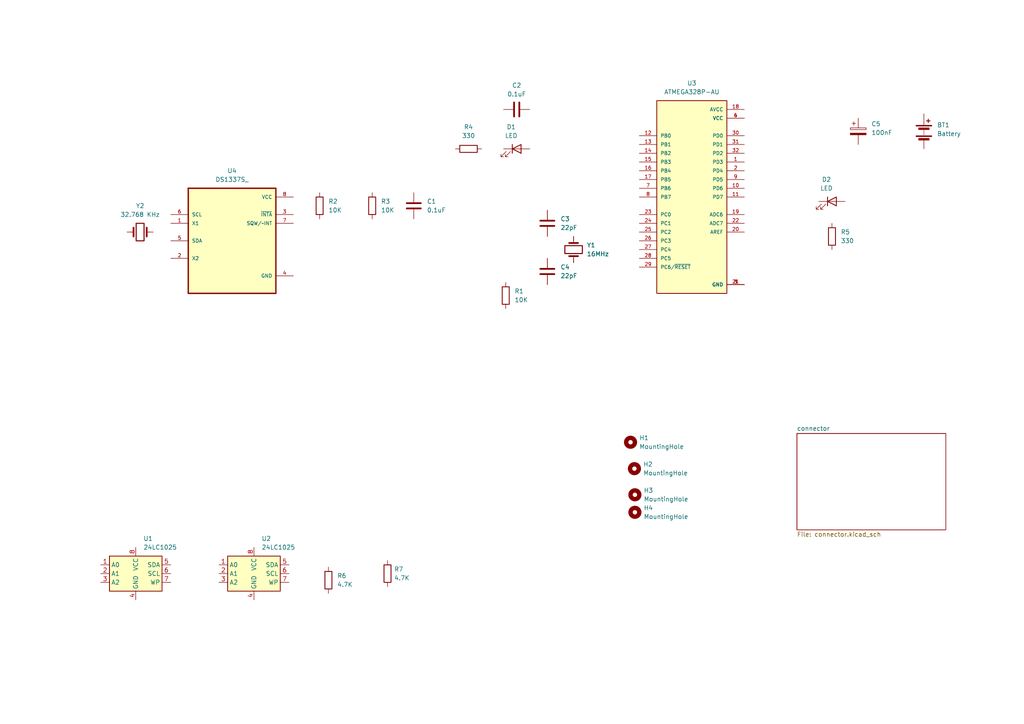
<source format=kicad_sch>
(kicad_sch (version 20230121) (generator eeschema)
  (paper "A4")
  (lib_symbols
    (symbol "ATMEGA328P-AU:ATMEGA328P-AU" (pin_names (offset 1.016))
      (property "Reference" "U" (at -10.1755 29.2546 0))
      (property "Value" "ATMEGA328P-AU" (at -10.1669 -31.7714 0))
      (symbol "ATMEGA328P-AU_0_0"
        (rectangle (start -10.16 -27.94) (end 10.16 27.94) (stroke (width 0.254)) (fill (type background)))
        (pin bidirectional line (at 15.24 10.16 180) (length 5.08) (name "PD3") (number "1"))
        (pin bidirectional line (at 15.24 2.54 180) (length 5.08) (name "PD6") (number "10"))
        (pin bidirectional line (at 15.24 0 180) (length 5.08) (name "PD7") (number "11"))
        (pin bidirectional line (at -15.24 17.78 0) (length 5.08) (name "PB0") (number "12"))
        (pin bidirectional line (at -15.24 15.24 0) (length 5.08) (name "PB1") (number "13"))
        (pin bidirectional line (at -15.24 12.7 0) (length 5.08) (name "PB2") (number "14"))
        (pin bidirectional line (at -15.24 10.16 0) (length 5.08) (name "PB3") (number "15"))
        (pin bidirectional line (at -15.24 7.62 0) (length 5.08) (name "PB4") (number "16"))
        (pin bidirectional line (at -15.24 5.08 0) (length 5.08) (name "PB5") (number "17"))
        (pin power_in line (at 15.24 25.4 180) (length 5.08) (name "AVCC") (number "18"))
        (pin bidirectional line (at 15.24 -5.08 180) (length 5.08) (name "ADC6") (number "19"))
        (pin bidirectional line (at 15.24 7.62 180) (length 5.08) (name "PD4") (number "2"))
        (pin input line (at 15.24 -10.16 180) (length 5.08) (name "AREF") (number "20"))
        (pin power_in line (at 15.24 -25.4 180) (length 5.08) (name "GND") (number "21"))
        (pin bidirectional line (at 15.24 -7.62 180) (length 5.08) (name "ADC7") (number "22"))
        (pin bidirectional line (at -15.24 -5.08 0) (length 5.08) (name "PC0") (number "23"))
        (pin bidirectional line (at -15.24 -7.62 0) (length 5.08) (name "PC1") (number "24"))
        (pin bidirectional line (at -15.24 -10.16 0) (length 5.08) (name "PC2") (number "25"))
        (pin bidirectional line (at -15.24 -12.7 0) (length 5.08) (name "PC3") (number "26"))
        (pin bidirectional line (at -15.24 -15.24 0) (length 5.08) (name "PC4") (number "27"))
        (pin bidirectional line (at -15.24 -17.78 0) (length 5.08) (name "PC5") (number "28"))
        (pin bidirectional line (at -15.24 -20.32 0) (length 5.08) (name "PC6/~{RESET}") (number "29"))
        (pin power_in line (at 15.24 -25.4 180) (length 5.08) (name "GND") (number "3"))
        (pin bidirectional line (at 15.24 17.78 180) (length 5.08) (name "PD0") (number "30"))
        (pin bidirectional line (at 15.24 15.24 180) (length 5.08) (name "PD1") (number "31"))
        (pin bidirectional line (at 15.24 12.7 180) (length 5.08) (name "PD2") (number "32"))
        (pin power_in line (at 15.24 22.86 180) (length 5.08) (name "VCC") (number "4"))
        (pin power_in line (at 15.24 -25.4 180) (length 5.08) (name "GND") (number "5"))
        (pin power_in line (at 15.24 22.86 180) (length 5.08) (name "VCC") (number "6"))
        (pin bidirectional line (at -15.24 2.54 0) (length 5.08) (name "PB6") (number "7"))
        (pin bidirectional line (at -15.24 0 0) (length 5.08) (name "PB7") (number "8"))
        (pin bidirectional line (at 15.24 5.08 180) (length 5.08) (name "PD5") (number "9"))
      )
    )
    (symbol "DS1337S_:DS1337S_" (pin_names (offset 1.016))
      (property "Reference" "U" (at -12.7 16.24 0))
      (property "Value" "DS1337S_" (at -12.7 -19.24 0))
      (symbol "DS1337S__0_0"
        (rectangle (start -12.7 -15.24) (end 12.7 15.24) (stroke (width 0.41)) (fill (type background)))
        (pin input line (at -17.78 5.08 0) (length 5.08) (name "X1") (number "1"))
        (pin bidirectional line (at -17.78 -5.08 0) (length 5.08) (name "X2") (number "2"))
        (pin output line (at 17.78 7.62 180) (length 5.08) (name "~{INTA}") (number "3"))
        (pin power_in line (at 17.78 -10.16 180) (length 5.08) (name "GND") (number "4"))
        (pin bidirectional line (at -17.78 0 0) (length 5.08) (name "SDA") (number "5"))
        (pin input line (at -17.78 7.62 0) (length 5.08) (name "SCL") (number "6"))
        (pin output line (at 17.78 5.08 180) (length 5.08) (name "SQW/~INT") (number "7"))
        (pin power_in line (at 17.78 12.7 180) (length 5.08) (name "VCC") (number "8"))
      )
    )
    (symbol "Device:Battery" (pin_numbers hide) (pin_names (offset 0) hide)
      (property "Reference" "BT" (at 2.54 2.54 0))
      (property "Value" "Battery" (at 2.54 0 0))
      (symbol "Battery_0_1"
        (rectangle (start -2.286 -1.27) (end 2.286 -1.524) (fill (type outline)))
        (rectangle (start -2.286 1.778) (end 2.286 1.524) (fill (type outline)))
        (rectangle (start -1.524 -2.032) (end 1.524 -2.54) (fill (type outline)))
        (rectangle (start -1.524 1.016) (end 1.524 0.508) (fill (type outline)))
        (polyline (pts (xy 0 -1.016) (xy 0 -0.762)))
        (polyline (pts (xy 0 -0.508) (xy 0 -0.254)))
        (polyline (pts (xy 0 0) (xy 0 0.254)))
        (polyline (pts (xy 0 1.778) (xy 0 2.54)))
        (polyline (pts (xy 0.762 3.048) (xy 1.778 3.048)) (stroke (width 0.254)))
        (polyline (pts (xy 1.27 3.556) (xy 1.27 2.54)) (stroke (width 0.254)))
      )
      (symbol "Battery_1_1"
        (pin passive line (at 0 5.08 270) (length 2.54) (name "+") (number "1"))
        (pin passive line (at 0 -5.08 90) (length 2.54) (name "-") (number "2"))
      )
    )
    (symbol "Device:C" (pin_numbers hide) (pin_names (offset 0.254))
      (property "Reference" "C" (at 0.635 2.54 0))
      (property "Value" "C" (at 0.635 -2.54 0))
      (symbol "C_0_1"
        (polyline (pts (xy -2.032 -0.762) (xy 2.032 -0.762)) (stroke (width 0.508)))
        (polyline (pts (xy -2.032 0.762) (xy 2.032 0.762)) (stroke (width 0.508)))
      )
      (symbol "C_1_1"
        (pin passive line (at 0 3.81 270) (length 2.794) (name "~") (number "1"))
        (pin passive line (at 0 -3.81 90) (length 2.794) (name "~") (number "2"))
      )
    )
    (symbol "Device:C_Polarized" (pin_numbers hide) (pin_names (offset 0.254))
      (property "Reference" "C" (at 0.635 2.54 0))
      (property "Value" "C_Polarized" (at 0.635 -2.54 0))
      (symbol "C_Polarized_0_1"
        (rectangle (start -2.286 0.508) (end 2.286 1.016))
        (polyline (pts (xy -1.778 2.286) (xy -0.762 2.286)))
        (polyline (pts (xy -1.27 2.794) (xy -1.27 1.778)))
        (rectangle (start 2.286 -0.508) (end -2.286 -1.016) (fill (type outline)))
      )
      (symbol "C_Polarized_1_1"
        (pin passive line (at 0 3.81 270) (length 2.794) (name "~") (number "1"))
        (pin passive line (at 0 -3.81 90) (length 2.794) (name "~") (number "2"))
      )
    )
    (symbol "Device:Crystal" (pin_numbers hide) (pin_names (offset 1.016) hide)
      (property "Reference" "Y" (at 0 3.81 0))
      (property "Value" "Crystal" (at 0 -3.81 0))
      (symbol "Crystal_0_1"
        (rectangle (start -1.143 2.54) (end 1.143 -2.54) (stroke (width 0.3048)))
        (polyline (pts (xy -2.54 0) (xy -1.905 0)))
        (polyline (pts (xy -1.905 -1.27) (xy -1.905 1.27)) (stroke (width 0.508)))
        (polyline (pts (xy 1.905 -1.27) (xy 1.905 1.27)) (stroke (width 0.508)))
        (polyline (pts (xy 2.54 0) (xy 1.905 0)))
      )
      (symbol "Crystal_1_1"
        (pin passive line (at -3.81 0 0) (length 1.27) (name "1") (number "1"))
        (pin passive line (at 3.81 0 180) (length 1.27) (name "2") (number "2"))
      )
    )
    (symbol "Device:LED" (pin_numbers hide) (pin_names (offset 1.016) hide)
      (property "Reference" "D" (at 0 2.54 0))
      (property "Value" "LED" (at 0 -2.54 0))
      (symbol "LED_0_1"
        (polyline (pts (xy -1.27 -1.27) (xy -1.27 1.27)) (stroke (width 0.254)))
        (polyline (pts (xy -1.27 0) (xy 1.27 0)))
        (polyline (pts (xy 1.27 -1.27) (xy 1.27 1.27) (xy -1.27 0) (xy 1.27 -1.27)) (stroke (width 0.254)))
        (polyline (pts (xy -3.048 -0.762) (xy -4.572 -2.286) (xy -3.81 -2.286) (xy -4.572 -2.286) (xy -4.572 -1.524)))
        (polyline (pts (xy -1.778 -0.762) (xy -3.302 -2.286) (xy -2.54 -2.286) (xy -3.302 -2.286) (xy -3.302 -1.524)))
      )
      (symbol "LED_1_1"
        (pin passive line (at -3.81 0 0) (length 2.54) (name "K") (number "1"))
        (pin passive line (at 3.81 0 180) (length 2.54) (name "A") (number "2"))
      )
    )
    (symbol "Device:R" (pin_numbers hide) (pin_names (offset 0))
      (property "Reference" "R" (at 2.032 0 90))
      (property "Value" "R" (at 0 0 90))
      (symbol "R_0_1"
        (rectangle (start -1.016 -2.54) (end 1.016 2.54) (stroke (width 0.254)))
      )
      (symbol "R_1_1"
        (pin passive line (at 0 3.81 270) (length 1.27) (name "~") (number "1"))
        (pin passive line (at 0 -3.81 90) (length 1.27) (name "~") (number "2"))
      )
    )
    (symbol "Mechanical:MountingHole" (pin_names (offset 1.016))
      (property "Reference" "H" (at 0 5.08 0))
      (property "Value" "MountingHole" (at 0 3.175 0))
      (symbol "MountingHole_0_1"
        (circle (center 0 0) (radius 1.27) (stroke (width 1.27)))
      )
    )
    (symbol "Memory_EEPROM:24LC1025"
      (property "Reference" "U" (at -6.35 6.35 0))
      (property "Value" "24LC1025" (at 1.27 6.35 0))
      (symbol "24LC1025_1_1"
        (rectangle (start -7.62 5.08) (end 7.62 -5.08) (stroke (width 0.254)) (fill (type background)))
        (pin input line (at -10.16 2.54 0) (length 2.54) (name "A0") (number "1"))
        (pin input line (at -10.16 0 0) (length 2.54) (name "A1") (number "2"))
        (pin input line (at -10.16 -2.54 0) (length 2.54) (name "A2") (number "3"))
        (pin power_in line (at 0 -7.62 90) (length 2.54) (name "GND") (number "4"))
        (pin bidirectional line (at 10.16 2.54 180) (length 2.54) (name "SDA") (number "5"))
        (pin input line (at 10.16 0 180) (length 2.54) (name "SCL") (number "6"))
        (pin input line (at 10.16 -2.54 180) (length 2.54) (name "WP") (number "7"))
        (pin power_in line (at 0 7.62 270) (length 2.54) (name "VCC") (number "8"))
      )
    )
  )
  (symbol (lib_id "Mechanical:MountingHole") (at 184.15 143.51 0) (unit 1)
    (property "Reference" "H3" (at 186.69 142.24 0) (effects (justify left)))
    (property "Value" "MountingHole" (at 186.69 144.78 0) (effects (justify left)))
  )
  (symbol (lib_id "Device:C") (at 149.86 31.75 90) (unit 1)
    (property "Reference" "C2" (at 149.86 24.765 90))
    (property "Value" "0.1uF" (at 149.86 27.305 90))
  )
  (symbol (lib_id "Memory_EEPROM:24LC1025") (at 73.66 166.37 0) (unit 1)
    (property "Reference" "U2" (at 75.8541 156.21 0) (effects (justify left)))
    (property "Value" "24LC1025" (at 75.8541 158.75 0) (effects (justify left)))
    (property "Datasheet" "http://ww1.microchip.com/downloads/en/DeviceDoc/21941B.pdf" (effects hide))
  )
  (symbol (lib_id "Device:R") (at 135.89 43.18 90) (unit 1)
    (property "Reference" "R4" (at 135.89 36.83 90))
    (property "Value" "330" (at 135.89 39.37 90))
  )
  (symbol (lib_id "Device:R") (at 107.95 59.69 0) (unit 1)
    (property "Reference" "R3" (at 110.49 58.42 0) (effects (justify left)))
    (property "Value" "10K" (at 110.49 60.96 0) (effects (justify left)))
  )
  (symbol (lib_id "Device:R") (at 95.25 168.275 0) (unit 1)
    (property "Reference" "R6" (at 97.79 167.005 0) (effects (justify left)))
    (property "Value" "4.7K" (at 97.79 169.545 0) (effects (justify left)))
  )
  (symbol (lib_id "Device:Battery") (at 267.97 38.1 0) (unit 1)
    (property "Reference" "BT1" (at 271.78 36.2585 0) (effects (justify left)))
    (property "Value" "Battery" (at 271.78 38.7985 0) (effects (justify left)))
  )
  (symbol (lib_id "Device:LED") (at 241.3 58.42 0) (unit 1)
    (property "Reference" "D2" (at 239.7125 52.07 0))
    (property "Value" "LED" (at 239.7125 54.61 0))
  )
  (symbol (lib_id "Mechanical:MountingHole") (at 184.15 148.59 0) (unit 1)
    (property "Reference" "H4" (at 186.69 147.32 0) (effects (justify left)))
    (property "Value" "MountingHole" (at 186.69 149.86 0) (effects (justify left)))
  )
  (symbol (lib_id "Memory_EEPROM:24LC1025") (at 39.37 166.37 0) (unit 1)
    (property "Reference" "U1" (at 41.5641 156.21 0) (effects (justify left)))
    (property "Value" "24LC1025" (at 41.5641 158.75 0) (effects (justify left)))
    (property "Datasheet" "http://ww1.microchip.com/downloads/en/DeviceDoc/21941B.pdf" (effects hide))
  )
  (symbol (lib_id "Device:Crystal") (at 40.64 67.31 0) (unit 1)
    (property "Reference" "Y2" (at 40.64 59.69 0))
    (property "Value" "32.768 KHz" (at 40.64 62.23 0))
  )
  (symbol (lib_id "Device:R") (at 112.395 166.37 0) (unit 1)
    (property "Reference" "R7" (at 114.3 165.1 0) (effects (justify left)))
    (property "Value" "4.7K" (at 114.3 167.64 0) (effects (justify left)))
  )
  (symbol (lib_id "DS1337S_:DS1337S_") (at 67.31 69.85 0) (unit 1)
    (property "Reference" "U4" (at 67.31 49.53 0))
    (property "Value" "DS1337S_" (at 67.31 52.07 0))
    (property "Footprint" "DS1337S_:SOIC127P600X175-8N" (effects hide))
    (property "MF" "Analog Devices" (effects hide))
    (property "Description" "\nReal Time Clock (RTC) IC Clock/Calendar - I²C, 2-Wire Serial 8-SOIC (0.154, 3.90mm Width)\n" (effects hide))
    (property "Package" "SOIC-8 Maxim" (effects hide))
    (property "Price" "None" (effects hide))
    (property "SnapEDA_Link" "https://www.snapeda.com/parts/DS1337S/Analog+Devices/view-part/?ref=snap" (effects hide))
    (property "MP" "DS1337S" (effects hide))
    (property "Purchase-URL" "https://www.snapeda.com/api/url_track_click_mouser/?unipart_id=2748190&manufacturer=Analog Devices&part_name=DS1337S&search_term=ds1337s" (effects hide))
    (property "Availability" "In Stock" (effects hide))
    (property "Check_prices" "https://www.snapeda.com/parts/DS1337S/Analog+Devices/view-part/?ref=eda" (effects hide))
  )
  (symbol (lib_id "Mechanical:MountingHole") (at 184.0114 135.931 0) (unit 1)
    (property "Reference" "H2" (at 186.5514 134.661 0) (effects (justify left)))
    (property "Value" "MountingHole" (at 186.5514 137.201 0) (effects (justify left)))
  )
  (symbol (lib_id "Device:C") (at 158.75 64.77 0) (unit 1)
    (property "Reference" "C3" (at 162.56 63.5 0) (effects (justify left)))
    (property "Value" "22pF" (at 162.56 66.04 0) (effects (justify left)))
  )
  (symbol (lib_id "Mechanical:MountingHole") (at 182.88 128.27 0) (unit 1)
    (property "Reference" "H1" (at 185.42 127 0) (effects (justify left)))
    (property "Value" "MountingHole" (at 185.42 129.54 0) (effects (justify left)))
  )
  (symbol (lib_id "ATMEGA328P-AU:ATMEGA328P-AU") (at 200.66 57.15 0) (unit 1)
    (property "Reference" "U3" (at 200.66 24.13 0))
    (property "Value" "ATMEGA328P-AU" (at 200.66 26.67 0))
    (property "Footprint" "ATMEGA328P-AU:QFP80P900X900X120-32N" (effects hide))
    (property "MF" "Microchip" (effects hide))
    (property "MAXIMUM_PACKAGE_HEIGHT" "1.20mm" (effects hide))
    (property "Package" "TQFP-32 Microchip" (effects hide))
    (property "Price" "None" (effects hide))
    (property "Check_prices" "https://www.snapeda.com/parts/ATMEGA328P-AU/Microchip/view-part/?ref=eda" (effects hide))
    (property "STANDARD" "IPC-7351B" (effects hide))
    (property "PARTREV" "8271A" (effects hide))
    (property "SnapEDA_Link" "https://www.snapeda.com/parts/ATMEGA328P-AU/Microchip/view-part/?ref=snap" (effects hide))
    (property "MP" "ATMEGA328P-AU" (effects hide))
    (property "Purchase-URL" "https://www.snapeda.com/api/url_track_click_mouser/?unipart_id=44280&manufacturer=Microchip&part_name=ATMEGA328P-AU&search_term=None" (effects hide))
    (property "Description" "\nAVR AVR® ATmega Microcontroller IC 8-Bit 20MHz 32KB (16K x 16) FLASH 32-TQFP (7x7)\n" (effects hide))
    (property "Availability" "In Stock" (effects hide))
    (property "MANUFACTURER" "Microchip" (effects hide))
  )
  (symbol (lib_id "Device:LED") (at 149.86 43.18 0) (unit 1)
    (property "Reference" "D1" (at 148.2725 36.83 0))
    (property "Value" "LED" (at 148.2725 39.37 0))
  )
  (symbol (lib_id "Device:R") (at 241.3 68.58 0) (unit 1)
    (property "Reference" "R5" (at 243.84 67.31 0) (effects (justify left)))
    (property "Value" "330" (at 243.84 69.85 0) (effects (justify left)))
  )
  (symbol (lib_id "Device:Crystal") (at 166.37 72.39 90) (unit 1)
    (property "Reference" "Y1" (at 170.18 71.12 90) (effects (justify right)))
    (property "Value" "16MHz" (at 170.18 73.66 90) (effects (justify right)))
  )
  (symbol (lib_id "Device:R") (at 146.685 85.725 0) (unit 1)
    (property "Reference" "R1" (at 149.225 84.455 0) (effects (justify left)))
    (property "Value" "10K" (at 149.225 86.995 0) (effects (justify left)))
  )
  (symbol (lib_id "Device:C") (at 120.015 59.69 0) (unit 1)
    (property "Reference" "C1" (at 123.825 58.42 0) (effects (justify left)))
    (property "Value" "0.1uF" (at 123.825 60.96 0) (effects (justify left)))
  )
  (symbol (lib_id "Device:C_Polarized") (at 248.92 38.1 0) (unit 1)
    (property "Reference" "C5" (at 252.73 35.941 0) (effects (justify left)))
    (property "Value" "100nF" (at 252.73 38.481 0) (effects (justify left)))
  )
  (symbol (lib_id "Device:C") (at 158.75 78.74 0) (unit 1)
    (property "Reference" "C4" (at 162.56 77.47 0) (effects (justify left)))
    (property "Value" "22pF" (at 162.56 80.01 0) (effects (justify left)))
  )
  (symbol (lib_id "Device:R") (at 92.71 59.69 0) (unit 1)
    (property "Reference" "R2" (at 95.25 58.42 0) (effects (justify left)))
    (property "Value" "10K" (at 95.25 60.96 0) (effects (justify left)))
  )
  (sheet (at 231.14 125.73) (size 43.18 27.94) (stroke (width 0.1524))
    (property "Sheetname" "connector" (at 231.14 125.0184 0) (effects (justify left bottom)))
    (property "Sheetfile" "connector.kicad_sch" (at 231.14 154.2546 0) (effects (justify left top)))
  )
)
</source>
